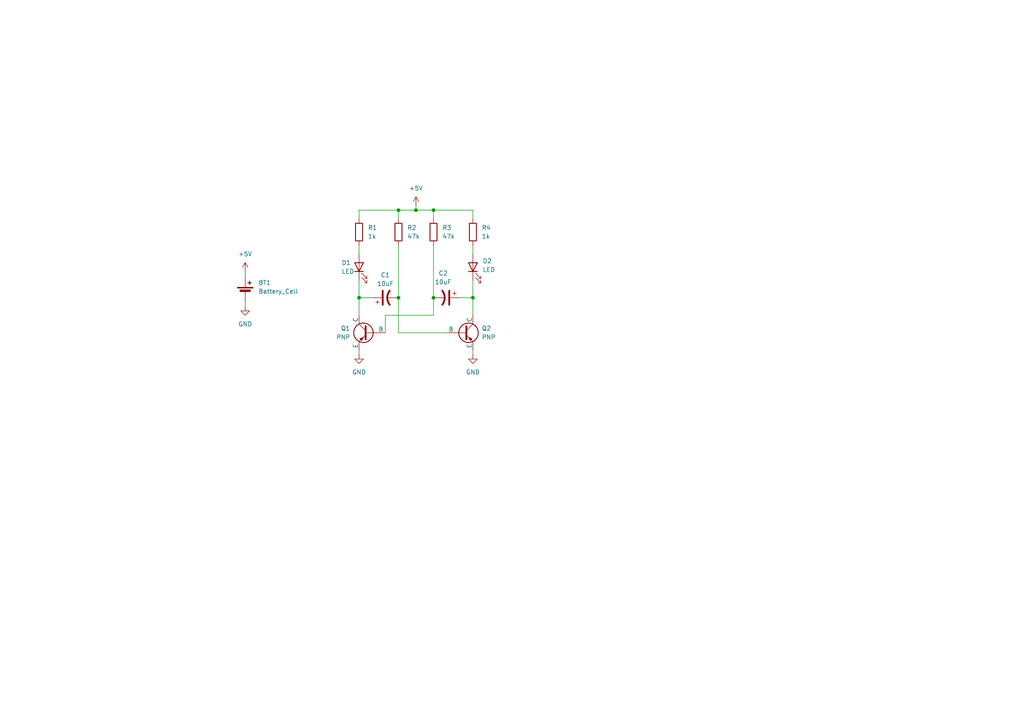
<source format=kicad_sch>
(kicad_sch (version 20250114) (generator "eeschema") (generator_version "9.0")
  (paper "A4")
  (lib_symbols
    (symbol "Device:Battery_Cell" (pin_numbers (hide yes)) (pin_names (offset 0) (hide yes))
      (property "Reference" "BT" (at 2.54 2.54 0))
      (property "Value" "Battery_Cell" (at 2.54 0 0))
      (symbol "Battery_Cell_0_1"
        (rectangle (start -2.286 1.778) (end 2.286 1.524) (fill (type outline)))
        (rectangle (start -1.524 1.016) (end 1.524 0.508) (fill (type outline)))
        (polyline (pts (xy 0 1.778) (xy 0 2.54)))
        (polyline (pts (xy 0 0.762) (xy 0 0)))
        (polyline (pts (xy 0.762 3.048) (xy 1.778 3.048)) (stroke (width 0.254)))
        (polyline (pts (xy 1.27 3.556) (xy 1.27 2.54)) (stroke (width 0.254)))
      )
      (symbol "Battery_Cell_1_1"
        (pin passive line (at 0 5.08 270) (length 2.54) (name "+") (number "1"))
        (pin passive line (at 0 -2.54 90) (length 2.54) (name "-") (number "2"))
      )
    )
    (symbol "Device:C_Polarized_US" (pin_numbers (hide yes)) (pin_names (offset 0.254) (hide yes))
      (property "Reference" "C" (at 0.635 2.54 0))
      (property "Value" "C_Polarized_US" (at 0.635 -2.54 0))
      (symbol "C_Polarized_US_0_1"
        (polyline (pts (xy -2.032 0.762) (xy 2.032 0.762)) (stroke (width 0.508)))
        (polyline (pts (xy -1.778 2.286) (xy -0.762 2.286)))
        (polyline (pts (xy -1.27 1.778) (xy -1.27 2.794)))
        (arc (start -2.032 -1.27) (mid 0 -0.5572) (end 2.032 -1.27) (stroke (width 0.508)))
      )
      (symbol "C_Polarized_US_1_1"
        (pin passive line (at 0 3.81 270) (length 2.794) (name "~") (number "1"))
        (pin passive line (at 0 -3.81 90) (length 3.302) (name "~") (number "2"))
      )
    )
    (symbol "Device:LED" (pin_numbers (hide yes)) (pin_names (offset 1.016) (hide yes))
      (property "Reference" "D" (at 0 2.54 0))
      (property "Value" "LED" (at 0 -2.54 0))
      (symbol "LED_0_1"
        (polyline (pts (xy -3.048 -0.762) (xy -4.572 -2.286) (xy -3.81 -2.286) (xy -4.572 -2.286) (xy -4.572 -1.524)))
        (polyline (pts (xy -1.778 -0.762) (xy -3.302 -2.286) (xy -2.54 -2.286) (xy -3.302 -2.286) (xy -3.302 -1.524)))
        (polyline (pts (xy -1.27 0) (xy 1.27 0)))
        (polyline (pts (xy -1.27 -1.27) (xy -1.27 1.27)) (stroke (width 0.254)))
        (polyline (pts (xy 1.27 -1.27) (xy 1.27 1.27) (xy -1.27 0) (xy 1.27 -1.27)) (stroke (width 0.254)))
      )
      (symbol "LED_1_1"
        (pin passive line (at -3.81 0 0) (length 2.54) (name "K") (number "1"))
        (pin passive line (at 3.81 0 180) (length 2.54) (name "A") (number "2"))
      )
    )
    (symbol "Device:R" (pin_numbers (hide yes)) (pin_names (offset 0))
      (property "Reference" "R" (at 2.032 0 90))
      (property "Value" "R" (at 0 0 90))
      (symbol "R_0_1"
        (rectangle (start -1.016 -2.54) (end 1.016 2.54) (stroke (width 0.254)))
      )
      (symbol "R_1_1"
        (pin passive line (at 0 3.81 270) (length 1.27) (name "~") (number "1"))
        (pin passive line (at 0 -3.81 90) (length 1.27) (name "~") (number "2"))
      )
    )
    (symbol "Simulation_SPICE:PNP" (pin_numbers (hide yes)) (pin_names (offset 0))
      (property "Reference" "Q" (at -2.54 7.62 0))
      (property "Value" "PNP" (at -2.54 5.08 0))
      (symbol "PNP_0_1"
        (polyline (pts (xy -2.54 0) (xy 0.635 0)) (stroke (width 0.1524)))
        (polyline (pts (xy 0.635 1.905) (xy 0.635 -1.905) (xy 0.635 -1.905)) (stroke (width 0.508)))
        (polyline (pts (xy 0.635 0.635) (xy 2.54 2.54)))
        (polyline (pts (xy 0.635 -0.635) (xy 2.54 -2.54) (xy 2.54 -2.54)))
        (circle (center 1.27 0) (radius 2.8194) (stroke (width 0.254)))
        (polyline (pts (xy 2.286 -1.778) (xy 1.778 -2.286) (xy 1.27 -1.27) (xy 2.286 -1.778) (xy 2.286 -1.778)) (fill (type outline)))
      )
      (symbol "PNP_1_1"
        (pin input line (at -5.08 0 0) (length 2.54) (name "B") (number "2"))
        (pin open_collector line (at 2.54 5.08 270) (length 2.54) (name "C") (number "1"))
        (pin open_emitter line (at 2.54 -5.08 90) (length 2.54) (name "E") (number "3"))
      )
    )
    (symbol "power:+5V" (power) (pin_numbers (hide yes)) (pin_names (offset 0) (hide yes))
      (property "Value" "+5V" (at 0 3.556 0))
      (symbol "+5V_0_1"
        (polyline (pts (xy -0.762 1.27) (xy 0 2.54)))
        (polyline (pts (xy 0 2.54) (xy 0.762 1.27)))
        (polyline (pts (xy 0 0) (xy 0 2.54)))
      )
      (symbol "+5V_1_1"
        (pin power_in line (at 0 0 90) (length 0) (name "~") (number "1"))
      )
    )
    (symbol "power:GND" (power) (pin_numbers (hide yes)) (pin_names (offset 0) (hide yes))
      (property "Value" "GND" (at 0 -3.81 0))
      (symbol "GND_0_1"
        (polyline (pts (xy 0 0) (xy 0 -1.27) (xy 1.27 -1.27) (xy 0 -2.54) (xy -1.27 -1.27) (xy 0 -1.27)))
      )
      (symbol "GND_1_1"
        (pin power_in line (at 0 0 270) (length 0) (name "~") (number "1"))
      )
    )
  )
  (junction (at 125.73 86.36))
  (junction (at 137.16 86.36))
  (junction (at 115.57 86.36))
  (junction (at 104.14 86.36))
  (junction (at 120.65 60.96))
  (junction (at 115.57 60.96))
  (junction (at 125.73 60.96))
  (wire (pts (xy 71.12 78.74) (xy 71.12 80.01)))
  (wire (pts (xy 137.16 81.28) (xy 137.16 86.36)))
  (wire (pts (xy 111.76 96.52) (xy 111.76 91.44)))
  (wire (pts (xy 137.16 86.36) (xy 137.16 91.44)))
  (wire (pts (xy 125.73 60.96) (xy 137.16 60.96)))
  (wire (pts (xy 125.73 60.96) (xy 125.73 63.5)))
  (wire (pts (xy 104.14 86.36) (xy 107.95 86.36)))
  (wire (pts (xy 104.14 60.96) (xy 104.14 63.5)))
  (wire (pts (xy 104.14 60.96) (xy 115.57 60.96)))
  (wire (pts (xy 115.57 96.52) (xy 129.54 96.52)))
  (wire (pts (xy 125.73 71.12) (xy 125.73 86.36)))
  (wire (pts (xy 125.73 91.44) (xy 125.73 86.36)))
  (wire (pts (xy 115.57 71.12) (xy 115.57 86.36)))
  (wire (pts (xy 137.16 102.87) (xy 137.16 101.6)))
  (wire (pts (xy 115.57 60.96) (xy 120.65 60.96)))
  (wire (pts (xy 104.14 102.87) (xy 104.14 101.6)))
  (wire (pts (xy 120.65 59.69) (xy 120.65 60.96)))
  (wire (pts (xy 133.35 86.36) (xy 137.16 86.36)))
  (wire (pts (xy 137.16 60.96) (xy 137.16 63.5)))
  (wire (pts (xy 137.16 71.12) (xy 137.16 73.66)))
  (wire (pts (xy 115.57 60.96) (xy 115.57 63.5)))
  (wire (pts (xy 71.12 88.9) (xy 71.12 87.63)))
  (wire (pts (xy 104.14 91.44) (xy 104.14 86.36)))
  (wire (pts (xy 104.14 71.12) (xy 104.14 73.66)))
  (wire (pts (xy 111.76 91.44) (xy 125.73 91.44)))
  (wire (pts (xy 120.65 60.96) (xy 125.73 60.96)))
  (wire (pts (xy 104.14 81.28) (xy 104.14 86.36)))
  (wire (pts (xy 115.57 86.36) (xy 115.57 96.52)))
  (symbol (lib_id "power:GND") (at 137.16 102.87 0) (unit 1)
    (property "Reference" "#PWR02" (effects (hide yes)))
    (property "Value" "GND" (at 137.16 107.95 0))
    (property "Description" "Power symbol creates a global label with name \"GND\" , ground" (effects (hide yes)))
  )
  (symbol (lib_id "Device:R") (at 137.16 67.31 0) (unit 1)
    (property "Reference" "R4" (at 139.7 66.0399 0) (effects (justify left)))
    (property "Value" "1k" (at 139.7 68.5799 0) (effects (justify left)))
    (property "Footprint" "Resistor_THT:R_Axial_DIN0207_L6.3mm_D2.5mm_P7.62mm_Horizontal" (effects (hide yes)))
    (property "Description" "Resistor" (effects (hide yes)))
  )
  (symbol (lib_id "Device:C_Polarized_US") (at 111.76 86.36 90) (unit 1)
    (property "Reference" "C1" (at 111.76 79.756 90))
    (property "Value" "10uF" (at 111.76 82.296 90))
    (property "Footprint" "Capacitor_THT:CP_Radial_D8.0mm_P5.00mm" (effects (hide yes)))
    (property "Description" "Polarized capacitor, US symbol" (effects (hide yes)))
  )
  (symbol (lib_id "Simulation_SPICE:PNP") (at 106.68 96.52 0) (mirror y) (unit 1)
    (property "Reference" "Q1" (at 101.6 95.2499 0) (effects (justify left)))
    (property "Value" "PNP" (at 101.6 97.7899 0) (effects (justify left)))
    (property "Footprint" "Package_TO_SOT_THT:TO-92L_HandSolder" (effects (hide yes)))
    (property "Datasheet" "https://ngspice.sourceforge.io/docs/ngspice-html-manual/manual.xhtml#cha_BJTs" (effects (hide yes)))
    (property "Description" "Bipolar transistor symbol for simulation only, substrate tied to the emitter" (effects (hide yes)))
    (property "Sim.Device" "PNP" (effects (hide yes)))
    (property "Sim.Type" "GUMMELPOON" (effects (hide yes)))
    (property "Sim.Pins" "1=C 2=B 3=E" (effects (hide yes)))
  )
  (symbol (lib_id "Device:R") (at 104.14 67.31 0) (unit 1)
    (property "Reference" "R1" (at 106.68 66.0399 0) (effects (justify left)))
    (property "Value" "1k" (at 106.68 68.5799 0) (effects (justify left)))
    (property "Footprint" "Resistor_THT:R_Axial_DIN0207_L6.3mm_D2.5mm_P7.62mm_Horizontal" (effects (hide yes)))
    (property "Description" "Resistor" (effects (hide yes)))
  )
  (symbol (lib_id "Device:R") (at 115.57 67.31 0) (unit 1)
    (property "Reference" "R2" (at 118.11 66.0399 0) (effects (justify left)))
    (property "Value" "47k" (at 118.11 68.5799 0) (effects (justify left)))
    (property "Footprint" "Resistor_THT:R_Axial_DIN0207_L6.3mm_D2.5mm_P7.62mm_Horizontal" (effects (hide yes)))
    (property "Description" "Resistor" (effects (hide yes)))
  )
  (symbol (lib_id "power:+5V") (at 71.12 78.74 0) (unit 1)
    (property "Reference" "#PWR04" (effects (hide yes)))
    (property "Value" "+5V" (at 71.12 73.66 0))
    (property "Description" "Power symbol creates a global label with name \"+5V\"" (effects (hide yes)))
  )
  (symbol (lib_id "power:GND") (at 104.14 102.87 0) (unit 1)
    (property "Reference" "#PWR01" (effects (hide yes)))
    (property "Value" "GND" (at 104.14 107.95 0))
    (property "Description" "Power symbol creates a global label with name \"GND\" , ground" (effects (hide yes)))
  )
  (symbol (lib_id "Device:LED") (at 137.16 77.47 90) (unit 1)
    (property "Reference" "D2" (at 139.954 75.692 90) (effects (justify right)))
    (property "Value" "LED" (at 139.954 78.232 90) (effects (justify right)))
    (property "Footprint" "LED_THT:LED_D5.0mm" (effects (hide yes)))
    (property "Description" "Light emitting diode" (effects (hide yes)))
    (property "Sim.Pins" "1=K 2=A" (effects (hide yes)))
  )
  (symbol (lib_id "power:+5V") (at 120.65 59.69 0) (unit 1)
    (property "Reference" "#PWR05" (effects (hide yes)))
    (property "Value" "+5V" (at 120.65 54.61 0))
    (property "Description" "Power symbol creates a global label with name \"+5V\"" (effects (hide yes)))
  )
  (symbol (lib_id "Device:C_Polarized_US") (at 129.54 86.36 270) (unit 1)
    (property "Reference" "C2" (at 128.524 79.248 90))
    (property "Value" "10uF" (at 128.524 81.788 90))
    (property "Footprint" "Capacitor_THT:CP_Radial_D8.0mm_P5.00mm" (effects (hide yes)))
    (property "Description" "Polarized capacitor, US symbol" (effects (hide yes)))
  )
  (symbol (lib_id "power:GND") (at 71.12 88.9 0) (unit 1)
    (property "Reference" "#PWR03" (effects (hide yes)))
    (property "Value" "GND" (at 71.12 93.98 0))
    (property "Description" "Power symbol creates a global label with name \"GND\" , ground" (effects (hide yes)))
  )
  (symbol (lib_id "Device:LED") (at 104.14 77.47 90) (unit 1)
    (property "Reference" "D1" (at 99.06 76.2 90) (effects (justify right)))
    (property "Value" "LED" (at 99.06 78.74 90) (effects (justify right)))
    (property "Footprint" "LED_THT:LED_D5.0mm" (effects (hide yes)))
    (property "Description" "Light emitting diode" (effects (hide yes)))
    (property "Sim.Pins" "1=K 2=A" (effects (hide yes)))
  )
  (symbol (lib_id "Device:R") (at 125.73 67.31 0) (unit 1)
    (property "Reference" "R3" (at 128.27 66.0399 0) (effects (justify left)))
    (property "Value" "47k" (at 128.27 68.5799 0) (effects (justify left)))
    (property "Footprint" "Resistor_THT:R_Axial_DIN0207_L6.3mm_D2.5mm_P7.62mm_Horizontal" (effects (hide yes)))
    (property "Description" "Resistor" (effects (hide yes)))
  )
  (symbol (lib_id "Simulation_SPICE:PNP") (at 134.62 96.52 0) (unit 1)
    (property "Reference" "Q2" (at 139.7 95.2499 0) (effects (justify left)))
    (property "Value" "PNP" (at 139.7 97.7899 0) (effects (justify left)))
    (property "Footprint" "Package_TO_SOT_THT:TO-92L_HandSolder" (effects (hide yes)))
    (property "Datasheet" "https://ngspice.sourceforge.io/docs/ngspice-html-manual/manual.xhtml#cha_BJTs" (effects (hide yes)))
    (property "Description" "Bipolar transistor symbol for simulation only, substrate tied to the emitter" (effects (hide yes)))
    (property "Sim.Device" "PNP" (effects (hide yes)))
    (property "Sim.Type" "GUMMELPOON" (effects (hide yes)))
    (property "Sim.Pins" "1=C 2=B 3=E" (effects (hide yes)))
  )
  (symbol (lib_id "Device:Battery_Cell") (at 71.12 85.09 0) (unit 1)
    (property "Reference" "BT1" (at 74.93 81.9784 0) (effects (justify left)))
    (property "Value" "Battery_Cell" (at 74.93 84.5184 0) (effects (justify left)))
    (property "Footprint" "Battery:BatteryHolder_Keystone_3034_1x20mm" (effects (hide yes)))
    (property "Description" "Single-cell battery" (effects (hide yes)))
  )
)
</source>
